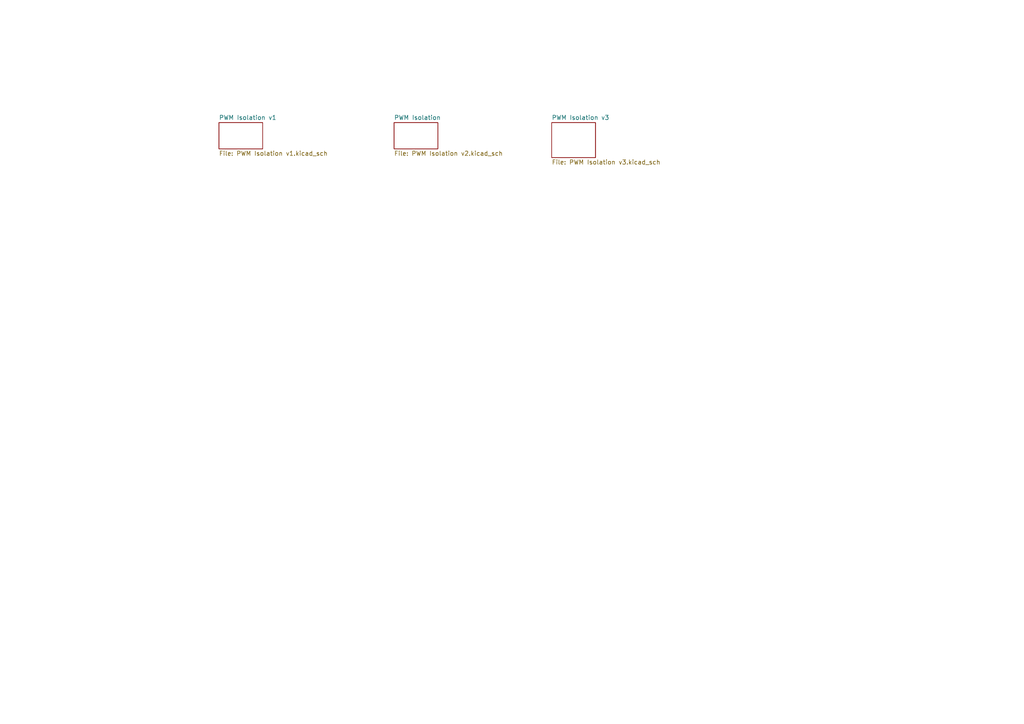
<source format=kicad_sch>
(kicad_sch
	(version 20231120)
	(generator "eeschema")
	(generator_version "8.0")
	(uuid "eab4dd75-0b6d-45d7-9c61-64430ccaa28c")
	(paper "A4")
	(title_block
		(title "OptoIsolation for Mobi-L")
		(date "2024-06-10")
		(comment 1 "Author: Srikar Bharadwaj R")
	)
	(lib_symbols)
	(sheet
		(at 114.3 35.56)
		(size 12.7 7.62)
		(fields_autoplaced yes)
		(stroke
			(width 0.1524)
			(type solid)
		)
		(fill
			(color 0 0 0 0.0000)
		)
		(uuid "249653ad-32a1-4637-9a86-32e573063248")
		(property "Sheetname" "PWM Isolation"
			(at 114.3 34.8484 0)
			(effects
				(font
					(size 1.27 1.27)
				)
				(justify left bottom)
			)
		)
		(property "Sheetfile" "PWM Isolation v2.kicad_sch"
			(at 114.3 43.7646 0)
			(effects
				(font
					(size 1.27 1.27)
				)
				(justify left top)
			)
		)
		(property "Field2" ""
			(at 114.3 35.56 0)
			(effects
				(font
					(size 1.27 1.27)
				)
				(hide yes)
			)
		)
		(instances
			(project "OptoIsolation"
				(path "/c2f3c882-e8d8-4011-9350-fac3c26c0aa0/95f5bc2b-ab1f-44fb-ad30-37c790e59cd6"
					(page "4")
				)
			)
		)
	)
	(sheet
		(at 160.02 35.56)
		(size 12.7 10.16)
		(fields_autoplaced yes)
		(stroke
			(width 0.1524)
			(type solid)
		)
		(fill
			(color 0 0 0 0.0000)
		)
		(uuid "58c101c6-bd7e-4761-8de3-c12cfc51e0ba")
		(property "Sheetname" "PWM Isolation v3"
			(at 160.02 34.8484 0)
			(effects
				(font
					(size 1.27 1.27)
				)
				(justify left bottom)
			)
		)
		(property "Sheetfile" "PWM Isolation v3.kicad_sch"
			(at 160.02 46.3046 0)
			(effects
				(font
					(size 1.27 1.27)
				)
				(justify left top)
			)
		)
		(instances
			(project "OptoIsolation"
				(path "/c2f3c882-e8d8-4011-9350-fac3c26c0aa0/95f5bc2b-ab1f-44fb-ad30-37c790e59cd6"
					(page "5")
				)
			)
		)
	)
	(sheet
		(at 63.5 35.56)
		(size 12.7 7.62)
		(fields_autoplaced yes)
		(stroke
			(width 0.1524)
			(type solid)
		)
		(fill
			(color 0 0 0 0.0000)
		)
		(uuid "97509a2d-99da-434c-8700-32c44b2fc52c")
		(property "Sheetname" "PWM Isolation v1"
			(at 63.5 34.8484 0)
			(effects
				(font
					(size 1.27 1.27)
				)
				(justify left bottom)
			)
		)
		(property "Sheetfile" "PWM Isolation v1.kicad_sch"
			(at 63.5 43.7646 0)
			(effects
				(font
					(size 1.27 1.27)
				)
				(justify left top)
			)
		)
		(instances
			(project "OptoIsolation"
				(path "/c2f3c882-e8d8-4011-9350-fac3c26c0aa0/95f5bc2b-ab1f-44fb-ad30-37c790e59cd6"
					(page "3")
				)
			)
		)
	)
)

</source>
